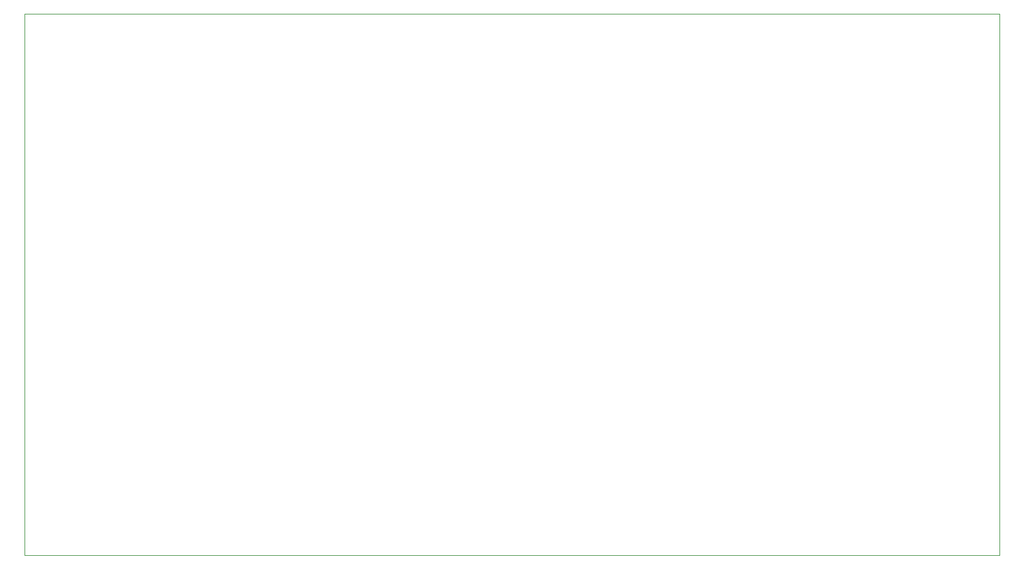
<source format=gbr>
%TF.GenerationSoftware,KiCad,Pcbnew,9.0.3*%
%TF.CreationDate,2025-08-24T00:43:17+05:30*%
%TF.ProjectId,single-layer-modules,73696e67-6c65-42d6-9c61-7965722d6d6f,rev?*%
%TF.SameCoordinates,Original*%
%TF.FileFunction,Profile,NP*%
%FSLAX46Y46*%
G04 Gerber Fmt 4.6, Leading zero omitted, Abs format (unit mm)*
G04 Created by KiCad (PCBNEW 9.0.3) date 2025-08-24 00:43:17*
%MOMM*%
%LPD*%
G01*
G04 APERTURE LIST*
%TA.AperFunction,Profile*%
%ADD10C,0.050000*%
%TD*%
G04 APERTURE END LIST*
D10*
X77000000Y-35750000D02*
X208250000Y-35750000D01*
X208250000Y-108750000D01*
X77000000Y-108750000D01*
X77000000Y-35750000D01*
M02*

</source>
